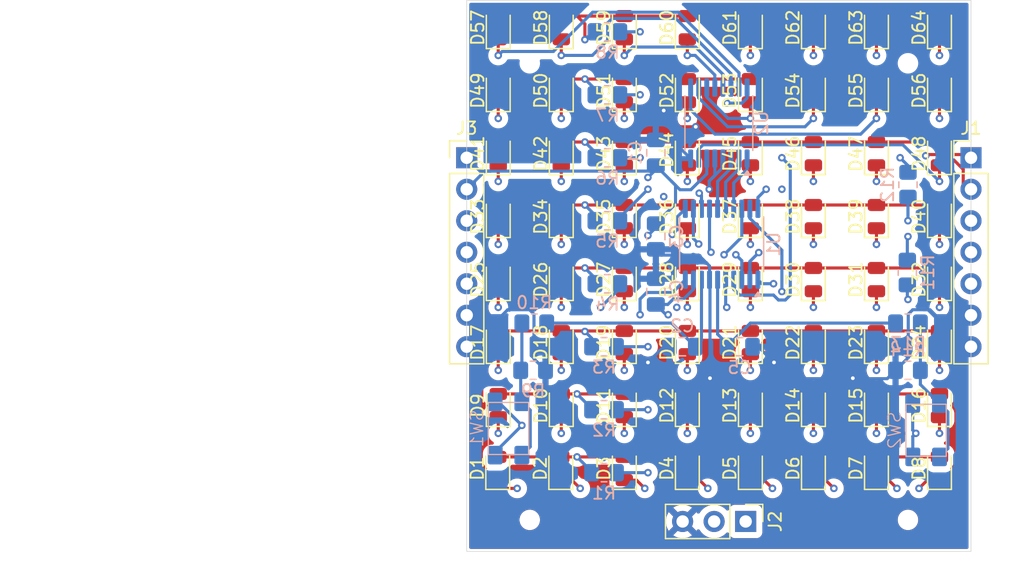
<source format=kicad_pcb>
(kicad_pcb (version 20241229) (generator "pcbnew") (generator_version "9.0")
  (layers (0 "F.Cu" signal) (4 "In1.Cu" signal) (6 "In2.Cu" signal) (2 "B.Cu" signal) (13 "F.Paste" user) (15 "B.Paste" user) (5 "F.SilkS" user "F.Silkscreen") (7 "B.SilkS" user "B.Silkscreen") (1 "F.Mask" user) (3 "B.Mask" user) (25 "Edge.Cuts" user))
  (net 0 "")
  (net 1 "Net-(D1-A)")
  (net 2 "Net-(D10-A)")
  (net 3 "GND")
  (net 4 "VCC")
  (net 5 "/BUTT1")
  (net 6 "/S1")
  (net 7 "/S2")
  (net 8 "/S3")
  (net 9 "/S4")
  (net 10 "/S5")
  (net 11 "/S6")
  (net 12 "/S7")
  (net 13 "/S8")
  (net 14 "Net-(D17-A)")
  (net 15 "Net-(D25-A)")
  (net 16 "Net-(D33-A)")
  (net 17 "Net-(D41-A)")
  (net 18 "Net-(D49-A)")
  (net 19 "Net-(D57-A)")
  (net 20 "/SDA")
  (net 21 "/SWDIO")
  (net 22 "/SCL")
  (net 23 "/UTX")
  (net 24 "/URX")
  (net 25 "/D1")
  (net 26 "/D2")
  (net 27 "/D3")
  (net 28 "/D4")
  (net 29 "/D5")
  (net 30 "/D6")
  (net 31 "/D7")
  (net 32 "/D8")
  (net 33 "Net-(R10-Pad2)")
  (net 34 "Net-(U1-PC6)")
  (net 35 "Net-(U1-PC7)")
  (net 36 "Net-(U1-PC5)")
  (net 37 "/BUTT2")
  (net 38 "Net-(R13-Pad2)")
  (footprint "Connector_PinHeader_2.54mm:PinHeader_1x03_P2.54mm_Vertical" (layer "F.Cu") (at 52.315 100.503 -90)
    (property "Reference" "J2")
    (property "Value" "Conn_01x03")
  )
  (footprint "LED_SMD:LED_0805_2012Metric" (layer "F.Cu") (at 62.856 96.2335 90)
    (property "Reference" "D7")
    (property "Value" "LED")
  )
  (footprint "LED_SMD:LED_0805_2012Metric" (layer "F.Cu") (at 62.856 65.7535 90)
    (property "Reference" "D55")
    (property "Value" "LED")
  )
  (footprint "LED_SMD:LED_0805_2012Metric" (layer "F.Cu") (at 67.936 80.9935 90)
    (property "Reference" "D32")
    (property "Value" "LED")
  )
  (footprint "LED_SMD:LED_0805_2012Metric" (layer "F.Cu") (at 32.376 75.9135 90)
    (property "Reference" "D33")
    (property "Value" "LED")
  )
  (footprint "LED_SMD:LED_0805_2012Metric" (layer "F.Cu") (at 37.456 75.9135 90)
    (property "Reference" "D34")
    (property "Value" "LED")
  )
  (footprint "LED_SMD:LED_0805_2012Metric" (layer "F.Cu") (at 32.376 86.0735 90)
    (property "Reference" "D17")
    (property "Value" "LED")
  )
  (footprint "LED_SMD:LED_0805_2012Metric" (layer "F.Cu") (at 42.536 60.6735 90)
    (property "Reference" "D59")
    (property "Value" "LED")
  )
  (footprint "Connector_PinHeader_2.54mm:PinHeader_1x07_P2.54mm_Vertical" (layer "F.Cu") (at 70.476 71.166)
    (property "Reference" "J1")
    (property "Value" "Right Conn")
  )
  (footprint "LED_SMD:LED_0805_2012Metric" (layer "F.Cu") (at 52.696 65.7535 90)
    (property "Reference" "D53")
    (property "Value" "LED")
  )
  (footprint "Connector_PinHeader_2.54mm:PinHeader_1x07_P2.54mm_Vertical" (layer "F.Cu") (at 29.836 71.166)
    (property "Reference" "J3")
    (property "Value" "Left Conn")
  )
  (footprint "LED_SMD:LED_0805_2012Metric" (layer "F.Cu") (at 52.696 91.1535 90)
    (property "Reference" "D13")
    (property "Value" "LED")
  )
  (footprint "LED_SMD:LED_0805_2012Metric" (layer "F.Cu") (at 42.536 96.2335 90)
    (property "Reference" "D3")
    (property "Value" "LED")
  )
  (footprint "LED_SMD:LED_0805_2012Metric" (layer "F.Cu") (at 57.776 70.8335 90)
    (property "Reference" "D46")
    (property "Value" "LED")
  )
  (footprint "LED_SMD:LED_0805_2012Metric" (layer "F.Cu") (at 62.856 91.1535 90)
    (property "Reference" "D15")
    (property "Value" "LED")
  )
  (footprint "LED_SMD:LED_0805_2012Metric" (layer "F.Cu") (at 42.536 86.0735 90)
    (property "Reference" "D19")
    (property "Value" "LED")
  )
  (footprint "LED_SMD:LED_0805_2012Metric" (layer "F.Cu") (at 57.776 75.9135 90)
    (property "Reference" "D38")
    (property "Value" "LED")
  )
  (footprint "LED_SMD:LED_0805_2012Metric" (layer "F.Cu") (at 62.856 80.9935 90)
    (property "Reference" "D31")
    (property "Value" "LED")
  )
  (footprint "LED_SMD:LED_0805_2012Metric" (layer "F.Cu") (at 37.456 91.1535 90)
    (property "Reference" "D10")
    (property "Value" "LED")
  )
  (footprint "LED_SMD:LED_0805_2012Metric" (layer "F.Cu") (at 42.536 80.9935 90)
    (property "Reference" "D27")
    (property "Value" "LED")
  )
  (footprint "LED_SMD:LED_0805_2012Metric" (layer "F.Cu") (at 32.336 96.2335 90)
    (property "Reference" "D1")
    (property "Value" "LED")
  )
  (footprint "LED_SMD:LED_0805_2012Metric" (layer "F.Cu") (at 67.936 75.9135 90)
    (property "Reference" "D40")
    (property "Value" "LED")
  )
  (footprint "LED_SMD:LED_0805_2012Metric" (layer "F.Cu") (at 62.856 70.8335 90)
    (property "Reference" "D47")
    (property "Value" "LED")
  )
  (footprint "LED_SMD:LED_0805_2012Metric" (layer "F.Cu") (at 67.936 96.2335 90)
    (property "Reference" "D8")
    (property "Value" "LED")
  )
  (footprint "" (layer "F.Cu") (at 34.916 63.546)
    (property "Reference" "")
    (property "Value" "")
  )
  (footprint "LED_SMD:LED_0805_2012Metric" (layer "F.Cu") (at 57.776 91.1535 90)
    (property "Reference" "D14")
    (property "Value" "LED")
  )
  (footprint "LED_SMD:LED_0805_2012Metric" (layer "F.Cu") (at 47.616 75.9135 90)
    (property "Reference" "D36")
    (property "Value" "LED")
  )
  (footprint "LED_SMD:LED_0805_2012Metric" (layer "F.Cu") (at 57.776 80.9935 90)
    (property "Reference" "D30")
    (property "Value" "LED")
  )
  (footprint "LED_SMD:LED_0805_2012Metric" (layer "F.Cu") (at 37.456 86.0735 90)
    (property "Reference" "D18")
    (property "Value" "LED")
  )
  (footprint "" (layer "F.Cu") (at 65.396 100.376)
    (property "Reference" "")
    (property "Value" "")
  )
  (footprint "LED_SMD:LED_0805_2012Metric" (layer "F.Cu") (at 67.936 91.1535 90)
    (property "Reference" "D16")
    (property "Value" "LED")
  )
  (footprint "LED_SMD:LED_0805_2012Metric" (layer "F.Cu") (at 52.696 60.6735 90)
    (property "Reference" "D61")
    (property "Value" "LED")
  )
  (footprint "LED_SMD:LED_0805_2012Metric" (layer "F.Cu") (at 52.696 80.9935 90)
    (property "Reference" "D29")
    (property "Value" "LED")
  )
  (footprint "LED_SMD:LED_0805_2012Metric" (layer "F.Cu") (at 57.776 96.2335 90)
    (property "Reference" "D6")
    (property "Value" "LED")
  )
  (footprint "LED_SMD:LED_0805_2012Metric" (layer "F.Cu") (at 37.456 65.7535 90)
    (property "Reference" "D50")
    (property "Value" "LED")
  )
  (footprint "LED_SMD:LED_0805_2012Metric" (layer "F.Cu") (at 57.776 65.7535 90)
    (property "Reference" "D54")
    (property "Value" "LED")
  )
  (footprint "LED_SMD:LED_0805_2012Metric" (layer "F.Cu") (at 42.536 75.9135 90)
    (property "Reference" "D35")
    (property "Value" "LED")
  )
  (footprint "LED_SMD:LED_0805_2012Metric" (layer "F.Cu") (at 32.376 70.8335 90)
    (property "Reference" "D41")
    (property "Value" "LED")
  )
  (footprint "LED_SMD:LED_0805_2012Metric" (layer "F.Cu") (at 37.456 70.8335 90)
    (property "Reference" "D42")
    (property "Value" "LED")
  )
  (footprint "LED_SMD:LED_0805_2012Metric" (layer "F.Cu") (at 52.696 70.8335 90)
    (property "Reference" "D45")
    (property "Value" "LED")
  )
  (footprint "LED_SMD:LED_0805_2012Metric" (layer "F.Cu") (at 32.376 91.1535 90)
    (property "Reference" "D9")
    (property "Value" "LED")
  )
  (footprint "LED_SMD:LED_0805_2012Metric" (layer "F.Cu") (at 32.376 60.6735 90)
    (property "Reference" "D57")
    (property "Value" "LED")
  )
  (footprint "LED_SMD:LED_0805_2012Metric" (layer "F.Cu") (at 47.616 91.1535 90)
    (property "Reference" "D12")
    (property "Value" "LED")
  )
  (footprint "LED_SMD:LED_0805_2012Metric" (layer "F.Cu") (at 47.616 86.0735 90)
    (property "Reference" "D20")
    (property "Value" "LED")
  )
  (footprint "LED_SMD:LED_0805_2012Metric" (layer "F.Cu") (at 67.936 86.0735 90)
    (property "Reference" "D24")
    (property "Value" "LED")
  )
  (footprint "LED_SMD:LED_0805_2012Metric" (layer "F.Cu") (at 42.536 70.8335 90)
    (property "Reference" "D43")
    (property "Value" "LED")
  )
  (footprint "" (layer "F.Cu") (at 65.396 63.546)
    (property "Reference" "")
    (property "Value" "")
  )
  (footprint "LED_SMD:LED_0805_2012Metric" (layer "F.Cu") (at 32.376 65.7535 90)
    (property "Reference" "D49")
    (property "Value" "LED")
  )
  (footprint "LED_SMD:LED_0805_2012Metric" (layer "F.Cu") (at 47.616 80.9935 90)
    (property "Reference" "D28")
    (property "Value" "LED")
  )
  (footprint "LED_SMD:LED_0805_2012Metric" (layer "F.Cu") (at 42.536 91.1535 90)
    (property "Reference" "D11")
    (property "Value" "LED")
  )
  (footprint "LED_SMD:LED_0805_2012Metric" (layer "F.Cu") (at 37.416 96.2335 90)
    (property "Reference" "D2")
    (property "Value" "LED")
  )
  (footprint "LED_SMD:LED_0805_2012Metric" (layer "F.Cu") (at 47.616 70.8335 90)
    (property "Reference" "D44")
    (property "Value" "LED")
  )
  (footprint "LED_SMD:LED_0805_2012Metric" (layer "F.Cu") (at 62.856 86.0735 90)
    (property "Reference" "D23")
    (property "Value" "LED")
  )
  (footprint "LED_SMD:LED_0805_2012Metric" (layer "F.Cu") (at 67.936 65.7535 90)
    (property "Reference" "D56")
    (property "Value" "LED")
  )
  (footprint "LED_SMD:LED_0805_2012Metric" (layer "F.Cu") (at 52.696 75.9135 90)
    (property "Reference" "D37")
    (property "Value" "LED")
  )
  (footprint "LED_SMD:LED_0805_2012Metric" (layer "F.Cu") (at 37.456 60.6735 90)
    (property "Reference" "D58")
    (property "Value" "LED")
  )
  (footprint "LED_SMD:LED_0805_2012Metric" (layer "F.Cu") (at 62.856 75.9135 90)
    (property "Reference" "D39")
    (property "Value" "LED")
  )
  (footprint "LED_SMD:LED_0805_2012Metric" (layer "F.Cu") (at 37.456 80.9935 90)
    (property "Reference" "D26")
    (property "Value" "LED")
  )
  (footprint "LED_SMD:LED_0805_2012Metric" (layer "F.Cu") (at 52.696 96.2335 90)
    (property "Reference" "D5")
    (property "Value" "LED")
  )
  (footprint "" (layer "F.Cu") (at 34.916 100.376)
    (property "Reference" "")
    (property "Value" "")
  )
  (footprint "LED_SMD:LED_0805_2012Metric" (layer "F.Cu") (at 47.616 65.7535 90)
    (property "Reference" "D52")
    (property "Value" "LED")
  )
  (footprint "LED_SMD:LED_0805_2012Metric" (layer "F.Cu") (at 47.616 60.6735 90)
    (property "Reference" "D60")
    (property "Value" "LED")
  )
  (footprint "LED_SMD:LED_0805_2012Metric" (layer "F.Cu") (at 67.936 60.6735 90)
    (property "Reference" "D64")
    (property "Value" "LED")
  )
  (footprint "LED_SMD:LED_0805_2012Metric" (layer "F.Cu") (at 32.376 80.9935 90)
    (property "Reference" "D25")
    (property "Value" "LED")
  )
  (footprint "LED_SMD:LED_0805_2012Metric" (layer "F.Cu") (at 47.616 96.2335 90)
    (property "Reference" "D4")
    (property "Value" "LED")
  )
  (footprint "LED_SMD:LED_0805_2012Metric" (layer "F.Cu") (at 52.696 86.0735 90)
    (property "Reference" "D21")
    (property "Value" "LED")
  )
  (footprint "LED_SMD:LED_0805_2012Metric" (layer "F.Cu") (at 57.776 86.0735 90)
    (property "Reference" "D22")
    (property "Value" "LED")
  )
  (footprint "LED_SMD:LED_0805_2012Metric" (layer "F.Cu") (at 42.536 65.7535 90)
    (property "Reference" "D51")
    (property "Value" "LED")
  )
  (footprint "LED_SMD:LED_0805_2012Metric" (layer "F.Cu") (at 62.856 60.6735 90)
    (property "Reference" "D63")
    (property "Value" "LED")
  )
  (footprint "LED_SMD:LED_0805_2012Metric" (layer "F.Cu") (at 67.936 70.8335 90)
    (property "Reference" "D48")
    (property "Value" "LED")
  )
  (footprint "LED_SMD:LED_0805_2012Metric" (layer "F.Cu") (at 57.776 60.6735 90)
    (property "Reference" "D62")
    (property "Value" "LED")
  )
  (footprint "Resistor_SMD:R_0805_2012Metric_Pad1.20x1.40mm_HandSolder" (layer "B.Cu") (at 65.396 73.341 -90)
    (property "Reference" "R12")
    (property "Value" "4.7k")
  )
  (footprint "Resistor_SMD:R_0805_2012Metric_Pad1.20x1.40mm_HandSolder" (layer "B.Cu") (at 35.186 88.311)
    (property "Reference" "R9")
    (property "Value" "10K")
  )
  (footprint "Capacitor_SMD:C_0805_2012Metric_Pad1.18x1.45mm_HandSolder" (layer "B.Cu") (at 45.076 81.961 90)
    (property "Reference" "C4")
    (property "Value" "10 uF")
  )
  (footprint "Resistor_SMD:R_0805_2012Metric_Pad1.20x1.40mm_HandSolder" (layer "B.Cu") (at 40.901 96.566)
    (property "Reference" "R1")
    (property "Value" "R")
  )
  (footprint "Capacitor_SMD:C_0805_2012Metric_Pad1.18x1.45mm_HandSolder" (layer "B.Cu") (at 51.8285 86.406)
    (property "Reference" "C5")
    (property "Value" "0.1uF")
  )
  (footprint "Capacitor_SMD:C_0805_2012Metric_Pad1.18x1.45mm_HandSolder" (layer "B.Cu") (at 45.076 77.516 90)
    (property "Reference" "C3")
    (property "Value" "0.1 uF")
  )
  (footprint "Resistor_SMD:R_0805_2012Metric_Pad1.20x1.40mm_HandSolder" (layer "B.Cu") (at 35.281 84.501 180)
    (property "Reference" "R10")
    (property "Value" "10K")
  )
  (footprint "Package_SO:TSSOP-20_4.4x6.5mm_P0.65mm" (layer "B.Cu") (at 50.3794 78.1433 90)
    (property "Reference" "U1")
    (property "Value" "CH32V003FxPx")
  )
  (footprint "Library:SW_tactile_TS-1089S" (layer "B.Cu") (at 66.856 93.146 -90)
    (property "Reference" "SW2")
    (property "Value" "SW_Push")
  )
  (footprint "Library:SW_tactile_TS-1089S" (layer "B.Cu") (at 33.201 93.001 -90)
    (property "Reference" "SW1")
    (property "Value" "SW_Push")
  )
  (footprint "Resistor_SMD:R_0805_2012Metric_Pad1.20x1.40mm_HandSolder" (layer "B.Cu") (at 41.171 61.006)
    (property "Reference" "R8")
    (property "Value" "R")
  )
  (footprint "Capacitor_SMD:C_0805_2012Metric_Pad1.18x1.45mm_HandSolder" (layer "B.Cu") (at 47.2135 86.406 180)
    (property "Reference" "C2")
    (property "Value" "0.1uF")
  )
  (footprint "Resistor_SMD:R_0805_2012Metric_Pad1.20x1.40mm_HandSolder" (layer "B.Cu") (at 41.171 71.166)
    (property "Reference" "R6")
    (property "Value" "R")
  )
  (footprint "Resistor_SMD:R_0805_2012Metric_Pad1.20x1.40mm_HandSolder" (layer "B.Cu") (at 65.3452 80.421 90)
    (property "Reference" "R11")
    (property "Value" "4.7k")
  )
  (footprint "Resistor_SMD:R_0805_2012Metric_Pad1.20x1.40mm_HandSolder" (layer "B.Cu") (at 41.171 66.086)
    (property "Reference" "R7")
    (property "Value" "R")
  )
  (footprint "Package_SO:TSSOP-16_4.4x5mm_P0.65mm" (layer "B.Cu") (at 50.156 68.372 90)
    (property "Reference" "U2")
    (property "Value" "74HC138")
  )
  (footprint "Resistor_SMD:R_0805_2012Metric_Pad1.20x1.40mm_HandSolder" (layer "B.Cu") (at 40.901 86.406)
    (property "Reference" "R3")
    (property "Value" "R")
  )
  (footprint "Resistor_SMD:R_0805_2012Metric_Pad1.20x1.40mm_HandSolder" (layer "B.Cu") (at 41.171 76.246)
    (property "Reference" "R5")
    (property "Value" "R")
  )
  (footprint "Resistor_SMD:R_0805_2012Metric_Pad1.20x1.40mm_HandSolder" (layer "B.Cu") (at 41.171 81.326)
    (property "Reference" "R4")
    (property "Value" "R")
  )
  (footprint "Capacitor_SMD:C_0805_2012Metric_Pad1.18x1.45mm_HandSolder" (layer "B.Cu") (at 45.076 70.7635 -90)
    (property "Reference" "C1")
    (property "Value" "0.1 uF")
  )
  (footprint "Resistor_SMD:R_0805_2012Metric_Pad1.20x1.40mm_HandSolder" (layer "B.Cu") (at 65.396 88.311 180)
    (property "Reference" "R14")
    (property "Value" "10K")
  )
  (footprint "Resistor_SMD:R_0805_2012Metric_Pad1.20x1.40mm_HandSolder" (layer "B.Cu") (at 65.396 84.501)
    (property "Reference" "R13")
    (property "Value" "10K")
  )
  (footprint "Resistor_SMD:R_0805_2012Metric_Pad1.20x1.40mm_HandSolder" (layer "B.Cu") (at 40.901 91.486)
    (property "Reference" "R2")
    (property "Value" "R")
  )
  (gr_rect (start 29.836 58.466) (end 70.476 102.916) (stroke (width 0.05)) (fill no) (layer "Edge.Cuts"))
  (segment (start 32.336 95.296) (end 38.726 95.296) (width 0.25) (layer "F.Cu") (net 1))
  (segment (start 38.726 95.296) (end 67.936 95.296) (width 0.25) (layer "F.Cu") (net 1))
  (via (at 38.726 95.296) (size 0.6) (drill 0.3) (layers "F.Cu" "B.Cu") (net 1))
  (segment (start 39.901 96.471) (end 38.726 95.296) (width 0.25) (layer "B.Cu") (net 1))
  (segment (start 39.901 96.566) (end 39.901 96.471) (width 0.25) (layer "B.Cu") (net 1))
  (segment (start 38.726 90.216) (end 67.936 90.216) (width 0.25) (layer "F.Cu") (net 2))
  (segment (start 32.376 90.216) (end 38.726 90.216) (width 0.25) (layer "F.Cu") (net 2))
  (via (at 38.726 90.216) (size 0.6) (drill 0.3) (layers "F.Cu" "B.Cu") (net 2))
  (segment (start 39.901 91.486) (end 39.901 91.391) (width 0.25) (layer "B.Cu") (net 2))
  (segment (start 39.901 91.391) (end 38.726 90.216) (width 0.25) (layer "B.Cu") (net 2))
  (segment (start 48.291 68.664584) (end 48.288584 68.667) (width 0.25) (layer "F.Cu") (net 3))
  (segment (start 48.288584 68.667) (end 47.022 68.667) (width 0.25) (layer "F.Cu") (net 3))
  (segment (start 47.022 68.667) (end 45.711 67.356) (width 0.25) (layer "F.Cu") (net 3))
  (via (at 45.711 67.356) (size 0.6) (drill 0.3) (layers "F.Cu" "B.Cu") (net 3))
  (via (at 49.44 88.946) (size 0.6) (drill 0.3) (layers "F.Cu" "B.Cu") (net 3))
  (via (at 49.3794 73.706) (size 0.6) (drill 0.3) (layers "F.Cu" "B.Cu") (net 3))
  (via (at 60.951 88.946) (size 0.6) (drill 0.3) (layers "F.Cu" "B.Cu") (net 3))
  (via (at 54.601 87.676) (size 0.6) (drill 0.3) (layers "F.Cu" "B.Cu") (net 3))
  (via (at 48.291 68.664584) (size 0.6) (drill 0.3) (layers "F.Cu" "B.Cu") (net 3))
  (via (at 44.441 87.676) (size 0.6) (drill 0.3) (layers "F.Cu" "B.Cu") (net 3))
  (segment (start 49.4044 81.0058) (end 49.44 81.0414) (width 0.25) (layer "B.Cu") (net 3))
  (segment (start 53.331 86.406) (end 54.601 87.676) (width 0.25) (layer "B.Cu") (net 3))
  (segment (start 49.3794 73.041018) (end 49.3794 73.706) (width 0.25) (layer "B.Cu") (net 3))
  (segment (start 31.741 83.907) (end 30.503 83.907) (width 0.25) (layer "B.Cu") (net 3))
  (segment (start 45.076 80.9235) (end 45.076 78.5535) (width 0.25) (layer "B.Cu") (net 3))
  (segment (start 65.42 83.784774) (end 65.779774 83.425) (width 0.25) (layer "B.Cu") (net 3))
  (segment (start 48.521 79.016) (end 48.886 79.381) (width 0.25) (layer "B.Cu") (net 3))
  (segment (start 35.257 83.784774) (end 34.897226 83.425) (width 0.25) (layer "B.Cu") (net 3))
  (segment (start 67.012226 83.425) (end 69.85 86.262774) (width 0.25) (layer "B.Cu") (net 3))
  (segment (start 49.4044 81.0058) (end 49.4044 79.8994) (width 0.25) (layer "B.Cu") (net 3))
  (segment (start 49.44 83.231) (end 49.44 88.946) (width 0.25) (layer "B.Cu") (net 3))
  (segment (start 55.912 88.987) (end 60.91 88.987) (width 0.25) (layer "B.Cu") (net 3))
  (segment (start 35.257 87.382) (end 35.257 83.784774) (width 0.25) (layer "B.Cu") (net 3))
  (segment (start 69.85 86.262774) (end 69.85 86.406) (width 0.25) (layer "B.Cu") (net 3))
  (segment (start 30.503 83.907) (end 30.462 83.866) (width 0.25) (layer "B.Cu") (net 3))
  (segment (start 49.831 71.2345) (end 49.831 72.589418) (width 0.25) (layer "B.Cu") (net 3))
  (segment (start 34.897226 83.425) (end 33.138009 83.425) (width 0.25) (layer "B.Cu") (net 3))
  (segment (start 33.138009 83.425) (end 32.656009 83.907) (width 0.25) (layer "B.Cu") (net 3))
  (segment (start 36.186 88.311) (end 35.257 87.382) (width 0.25) (layer "B.Cu") (net 3))
  (segment (start 60.992 88.987) (end 60.951 88.946) (width 0.25) (layer "B.Cu") (net 3))
  (segment (start 69.809 83.907) (end 69.85 83.866) (width 0.25) (layer "B.Cu") (net 3))
  (segment (start 50.481 71.939418) (end 49.3794 73.041018) (width 0.25) (layer "B.Cu") (net 3))
  (segment (start 67.655991 83.907) (end 69.809 83.907) (width 0.25) (layer "B.Cu") (net 3))
  (segment (start 45.076 78.5535) (end 45.5385 79.016) (width 0.25) (layer "B.Cu") (net 3))
  (segment (start 45.711 86.406) (end 44.441 87.676) (width 0.25) (layer "B.Cu") (net 3))
  (segment (start 64.396 88.311) (end 63.72 88.987) (width 0.25) (layer "B.Cu") (net 3))
  (segment (start 64.396 88.311) (end 65.42 87.287) (width 0.25) (layer "B.Cu") (net 3))
  (segment (start 66.666 83.425) (end 67.012226 83.425) (width 0.25) (layer "B.Cu") (net 3))
  (segment (start 49.44 81.0414) (end 49.44 83.231) (width 0.25) (layer "B.Cu") (net 3))
  (segment (start 63.72 88.987) (end 60.992 88.987) (width 0.25) (layer "B.Cu") (net 3))
  (segment (start 60.91 88.987) (end 60.951 88.946) (width 0.25) (layer "B.Cu") (net 3))
  (segment (start 54.601 87.676) (end 55.912 88.987) (width 0.25) (layer "B.Cu") (net 3))
  (segment (start 65.779774 83.425) (end 66.666 83.425) (width 0.25) (layer "B.Cu") (net 3))
  (segment (start 45.5385 79.016) (end 48.521 79.016) (width 0.25) (layer "B.Cu") (net 3))
  (segment (start 65.42 87.287) (end 65.42 83.784774) (width 0.25) (layer "B.Cu") (net 3))
  (segment (start 46.3725 69.726) (end 47.881 71.2345) (width 0.25) (layer "B.Cu") (net 3))
  (segment (start 31.741 83.907) (end 30.462 85.186) (width 0.25) (layer "B.Cu") (net 3))
  (segment (start 46.176 86.406) (end 45.711 86.406) (width 0.25) (layer "B.Cu") (net 3))
  (segment (start 50.481 71.2345) (end 50.481 71.939418) (width 0.25) (layer "B.Cu") (net 3))
  (segment (start 52.866 86.406) (end 53.331 86.406) (width 0.25) (layer "B.Cu") (net 3))
  (segment (start 45.076 69.726) (end 46.3725 69.726) (width 0.25) (layer "B.Cu") (net 3))
  (segment (start 45.076 69.726) (end 45.076 67.991) (width 0.25) (layer "B.Cu") (net 3))
  (segment (start 30.462 85.186) (end 30.462 86.406) (width 0.25) (layer "B.Cu") (net 3))
  (segment (start 66.666 83.425) (end 67.173991 83.425) (width 0.25) (layer "B.Cu") (net 3))
  (segment (start 67.173991 83.425) (end 67.655991 83.907) (width 0.25) (layer "B.Cu") (net 3))
  (segment (start 49.831 72.589418) (end 49.3794 73.041018) (width 0.25) (layer "B.Cu") (net 3))
  (segment (start 45.076 67.991) (end 45.711 67.356) (width 0.25) (layer "B.Cu") (net 3))
  (segment (start 32.656009 83.907) (end 31.741 83.907) (width 0.25) (layer "B.Cu") (net 3))
  (segment (start 49.4044 79.8994) (end 48.886 79.381) (width 0.25) (layer "B.Cu") (net 3))
  (segment (start 66.825798 71.006202) (end 66.9245 70.9075) (width 0.25) (layer "F.Cu") (net 4))
  (segment (start 69.85 72.101788) (end 69.85 73.706) (width 0.25) (layer "F.Cu") (net 4))
  (segment (start 68.571 70.9075) (end 69.85 70.9075) (width 0.25) (layer "F.Cu") (net 4))
  (segment (start 68.655712 70.9075) (end 69.85 72.101788) (width 0.25) (layer "F.Cu") (net 4))
  (segment (start 68.571 70.9075) (end 68.655712 70.9075) (width 0.25) (layer "F.Cu") (net 4))
  (segment (start 46.066697 83.826) (end 46.147697 83.907) (width 0.25) (layer "F.Cu") (net 4))
  (segment (start 66.9245 70.9075) (end 68.571 70.9075) (width 0.25) (layer "F.Cu") (net 4))
  (segment (start 69.85 70.9075) (end 69.85 71.166) (width 0.25) (layer "F.Cu") (net 4))
  (via (at 64.761 71.166) (size 0.6) (drill 0.3) (layers "F.Cu" "B.Cu") (net 4))
  (via (at 66.825798 71.006202) (size 0.6) (drill 0.3) (layers "F.Cu" "B.Cu") (net 4))
  (via (at 44.44 77.432352) (size 0.6) (drill 0.3) (layers "F.Cu" "B.Cu") (net 4))
  (via (at 46.066697 83.826) (size 0.6) (drill 0.3) (layers "F.Cu" "B.Cu") (net 4))
  (via (at 50.802393 66.760081) (size 0.6) (drill 0.3) (layers "F.Cu" "B.Cu") (net 4))
  (via (at 44.44 72.752407) (size 0.6) (drill 0.3) (layers "F.Cu" "B.Cu") (net 4))
  (via (at 66.031 93.391) (size 0.6) (drill 0.3) (layers "F.Cu" "B.Cu") (net 4))
  (via (at 34.281 92.756) (size 0.6) (drill 0.3) (layers "F.Cu" "B.Cu") (net 4))
  (via (at 65.396 82.596) (size 0.6) (drill 0.3) (layers "F.Cu" "B.Cu") (net 4))
  (segment (start 52.021919 66.760081) (end 50.802393 66.760081) (width 0.25) (layer "B.Cu") (net 4))
  (segment (start 30.912 72.242) (end 30.462 71.792) (width 0.25) (layer "B.Cu") (net 4))
  (segment (start 31.741 72.242) (end 31.3 72.242) (width 0.25) (layer "B.Cu") (net 4))
  (segment (start 45.076 82.9985) (end 46.042488 82.9985) (width 0.25) (layer "B.Cu") (net 4))
  (segment (start 30.462 73.08) (end 30.462 73.706) (width 0.25) (layer "B.Cu") (net 4))
  (segment (start 30.462 71.792) (end 30.462 71.166) (width 0.25) (layer "B.Cu") (net 4))
  (segment (start 46.6635 74.891) (end 46.6635 73.3885) (width 0.25) (layer "B.Cu") (net 4))
  (segment (start 32.131 95.151) (end 32.131 94.906) (width 0.25) (layer "B.Cu") (net 4))
  (segment (start 65.786 93.636) (end 66.031 93.391) (width 0.25) (layer "B.Cu") (net 4))
  (segment (start 65.786 95.296) (end 65.786 93.636) (width 0.25) (layer "B.Cu") (net 4))
  (segment (start 65.3452 82.5452) (end 65.396 82.596) (width 0.25) (layer "B.Cu") (net 4))
  (segment (start 65.396 72.341) (end 65.396 71.801) (width 0.25) (layer "B.Cu") (net 4))
  (segment (start 31.741 72.242) (end 30.912 72.242) (width 0.25) (layer "B.Cu") (net 4))
  (segment (start 46.6635 73.3885) (end 46.346 73.071) (width 0.25) (layer "B.Cu") (net 4))
  (segment (start 47.896009 73.747) (end 49.181 72.462009) (width 0.25) (layer "B.Cu") (net 4))
  (segment (start 46.066697 83.826) (end 45.9035 83.826) (width 0.25) (layer "B.Cu") (net 4))
  (segment (start 45.076 71.801) (end 46.346 73.071) (width 0.25) (layer "B.Cu") (net 4))
  (segment (start 45.076 76.796352) (end 44.44 77.432352) (width 0.25) (layer "B.Cu") (net 4))
  (segment (start 65.776 90.996) (end 65.776 93.136) (width 0.25) (layer "B.Cu") (net 4))
  (segment (start 65.396 71.801) (end 64.761 71.166) (width 0.25) (layer "B.Cu") (net 4))
  (segment (start 46.042488 82.9985) (end 46.485988 82.555) (width 0.25) (layer "B.Cu") (net 4))
  (segment (start 32.121 90.851) (end 32.376 90.851) (width 0.25) (layer "B.Cu") (net 4))
  (segment (start 31.3 72.242) (end 30.462 73.08) (width 0.25) (layer "B.Cu") (net 4))
  (segment (start 52.431 65.5095) (end 52.431 66.351) (width 0.25) (layer "B.Cu") (net 4))
  (segment (start 46.485988 82.555) (end 47.318638 82.555) (width 0.25) (layer "B.Cu") (net 4))
  (segment (start 47.318638 82.555) (end 48.1044 81.769238) (width 0.25) (layer "B.Cu") (net 4))
  (segment (start 45.076 71.801) (end 45.076 72.116407) (width 0.25) (layer "B.Cu") (net 4))
  (segment (start 45.076 72.116407) (end 44.44 72.752407) (width 0.25) (layer "B.Cu") (net 4))
  (segment (start 46.346 73.071) (end 47.022 73.747) (width 0.25) (layer "B.Cu") (net 4))
  (segment (start 32.376 90.851) (end 34.281 92.756) (width 0.25) (layer "B.Cu") (net 4))
  (segment (start 32.131 94.906) (end 34.281 92.756) (width 0.25) (layer "B.Cu") (net 4))
  (segment (start 49.181 72.462009) (end 49.181 71.2345) (width 0.25) (layer "B.Cu") (net 4))
  (segment (start 45.076 76.4785) (end 45.076 76.796352) (width 0.25) (layer "B.Cu") (net 4))
  (segment (start 47.022 73.747) (end 47.896009 73.747) (width 0.25) (layer "B.Cu") (net 4))
  (segment (start 52.431 66.351) (end 52.021919 66.760081) (width 0.25) (layer "B.Cu") (net 4))
  (segment (start 45.076 76.4785) (end 46.6635 74.891) (width 0.25) (layer "B.Cu") (net 4))
  (segment (start 65.3452 81.421) (end 65.3452 82.5452) (width 0.25) (layer "B.Cu") (net 4))
  (segment (start 44.635 72.242) (end 31.741 72.242) (width 0.25) (layer "B.Cu") (net 4))
  (segment (start 65.776 93.136) (end 66.031 93.391) (width 0.25) (layer "B.Cu") (net 4))
  (segment (start 45.076 71.801) (end 44.635 72.242) (width 0.25) (layer "B.Cu") (net 4))
  (segment (start 45.9035 83.826) (end 45.076 82.9985) (width 0.25) (layer "B.Cu") (net 4))
  (segment (start 48.1044 81.769238) (end 48.1044 81.0058) (width 0.25) (layer "B.Cu") (net 4))
  (segment (start 48.7544 85.9026) (end 48.251 86.406) (width 0.25) (layer "B.Cu") (net 5))
  (segment (start 48.0185 86.406) (end 48.251 86.406) (width 0.25) (layer "B.Cu") (net 5))
  (segment (start 46.346 84.501) (end 48.251 86.406) (width 0.25) (layer "B.Cu") (net 5))
  (segment (start 48.7544 81.0058) (end 48.7544 85.9026) (width 0.25) (layer "B.Cu") (net 5))
  (segment (start 36.281 84.501) (end 46.346 84.501) (width 0.25) (layer "B.Cu") (net 5))
  (segment (start 32.376 92.091) (end 32.376 93.391) (width 0.25) (layer "F.Cu") (net 6))
  (segment (start 32.376 81.931) (end 32.376 83.231) (width 0.25) (layer "F.Cu") (net 6))
  (segment (start 32.376 76.851) (end 32.376 78.151) (width 0.25) (layer "F.Cu") (net 6))
  (segment (start 33.001 97.836) (end 32.336 97.171) (width 0.25) (layer "F.Cu") (net 6))
  (segment (start 32.376 87.011) (end 32.376 88.311) (width 0.25) (layer "F.Cu") (net 6))
  (segment (start 32.376 66.691) (end 32.376 67.991) (width 0.25) (layer "F.Cu") (net 6))
  (segment (start 32.376 71.771) (end 32.376 73.071) (width 0.25) (layer "F.Cu") (net 6))
  (segment (start 33.9 97.836) (end 33.001 97.836) (width 0.25) (layer "F.Cu") (net 6))
  (segment (start 32.376 61.611) (end 32.376 62.911) (width 0.25) (layer "F.Cu") (net 6))
  (segment (start 32.376 61.611) (end 32.376 61.641) (width 0.25) (layer "F.Cu") (net 6))
  (via (at 32.376 88.311) (size 0.6) (drill 0.3) (layers "F.Cu" "B.Cu") (net 6))
  (via (at 32.376 78.151) (size 0.6) (drill 0.3) (layers "F.Cu" "B.Cu") (net 6))
  (via (at 32.376 73.071) (size 0.6) (drill 0.3) (layers "F.Cu" "B.Cu") (net 6))
  (via (at 32.376 93.391) (size 0.6) (drill 0.3) (layers "F.Cu" "B.Cu") (net 6))
  (via (at 32.376 67.991) (size 0.6) (drill 0.3) (layers "F.Cu" "B.Cu") (net 6))
  (via (at 33.9 97.836) (size 0.6) (drill 0.3) (layers "F.Cu" "B.Cu") (net 6))
  (via (at 32.376 83.231) (size 0.6) (drill 0.3) (layers "F.Cu" "B.Cu") (net 6))
  (via (at 32.376 62.911) (size 0.6) (drill 0.3) (layers "F.Cu" "B.Cu") (net 6))
  (segment (start 46.89456 59.429) (end 39.981991 59.429) (width 0.25) (layer "B.Cu") (net 6))
  (segment (start 36.816991 62.594) (end 32.693 62.594) (width 0.25) (layer "B.Cu") (net 6))
  (segment (start 32.693 62.594) (end 32.376 62.911) (width 0.25) (layer "B.Cu") (net 6))
  (segment (start 51.781 65.5095) (end 51.781 64.31544) (width 0.25) (layer "B.Cu") (net 6))
  (segment (start 39.981991 59.429) (end 36.816991 62.594) (width 0.25) (layer "B.Cu") (net 6))
  (segment (start 51.781 64.31544) (end 46.89456 59.429) (width 0.25) (layer "B.Cu") (net 6))
  (segment (start 37.456 81.931) (end 37.456 81.961) (width 0.25) (layer "F.Cu") (net 7))
  (segment (start 37.456 61.611) (end 37.456 62.911) (width 0.25) (layer "F.Cu") (net 7))
  (segment (start 37.456 81.931) (end 37.456 83.231) (width 0.25) (layer "F.Cu") (net 7))
  (segment (start 37.456 87.011) (end 37.456 88.311) (width 0.25) (layer "F.Cu") (net 7))
  (segment (start 37.456 76.881) (end 37.456 78.151) (width 0.25) (layer "F.Cu") (net 7))
  (segment (start 37.456 92.091) (end 37.456 92.121) (width 0.25) (layer "F.Cu") (net 7))
  (segment (start 37.456 66.691) (end 37.456 66.721) (width 0.25) (layer "F.Cu") (net 7))
  (segment (start 37.456 71.771) (end 37.456 71.801) (width 0.25) (layer "F.Cu") (net 7))
  (segment (start 37.456 92.091) (end 37.456 93.391) (width 0.25) (layer "F.Cu") (net 7))
  (segment (start 37.426 97.171) (end 37.416 97.171) (width 0.25) (layer "F.Cu") (net 7))
  (segment (start 37.456 66.691) (end 37.456 67.991) (width 0.25) (layer "F.Cu") (net 7))
  (segment (start 37.456 71.771) (end 37.456 73.071) (width 0.25) (layer "F.Cu") (net 7))
  (segment (start 37.456 76.851) (end 37.456 76.881) (width 0.25) (layer "F.Cu") (net 7))
  (segment (start 38.345 97.201) (end 37.456 97.201) (width 0.25) (layer "F.Cu") (net 7))
  (segment (start 37.456 97.201) (end 37.426 97.171) (width 0.25) (layer "F.Cu") (net 7))
  (segment (start 38.98 97.836) (end 38.345 97.201) (width 0.25) (layer "F.Cu") (net 7))
  (via (at 37.456 93.391) (size 0.6) (drill 0.3) (layers "F.Cu" "B.Cu") (net 7))
  (via (at 37.456 88.311) (size 0.6) (drill 0.3) (layers "F.Cu" "B.Cu") (net 7))
  (via (at 37.456 83.231) (size 0.6) (drill 0.3) (layers "F.Cu" "B.Cu") (net 7))
  (via (at 37.456 62.911) (size 0.6) (drill 0.3) (layers "F.Cu" "B.Cu") (net 7))
  (via (at 37.456 73.071) (size 0.6) (drill 0.3) (layers "F.Cu" "B.Cu") (net 7))
  (via (at 37.456 67.991) (size 0.6) (drill 0.3) (layers "F.Cu" "B.Cu") (net 7))
  (via (at 37.456 78.151) (size 0.6) (drill 0.3) (layers "F.Cu" "B.Cu") (net 7))
  (via (at 38.98 97.836) (size 0.6) (drill 0.3) (layers "F.Cu" "B.Cu") (net 7))
  (segment (start 41.195 60.289774) (end 41.195 61.674226) (width 0.25) (layer "B.Cu") (net 7))
  (segment (start 51.131 65.5095) (end 51.131 64.37396) (width 0.25) (layer "B.Cu") (net 7))
  (segment (start 46.68704 59.93) (end 41.554774 59.93) (width 0.25) (layer "B.Cu") (net 7))
  (segment (start 39.958226 62.911) (end 37.456 62.911) (width 0.25) (layer "B.Cu") (net 7))
  (segment (start 51.131 64.37396) (end 46.68704 59.93) (width 0.25) (layer "B.Cu") (net 7))
  (segment (start 41.195 61.674226) (end 39.958226 62.911) (width 0.25) (layer "B.Cu") (net 7))
  (segment (start 41.554774 59.93) (end 41.195 60.289774) (width 0.25) (layer "B.Cu") (net 7))
  (segment (start 42.536 92.091) (end 42.536 92.121) (width 0.25) (layer "F.Cu") (net 8))
  (segment (start 42.536 76.851) (end 42.536 78.151) (width 0.25) (layer "F.Cu") (net 8))
  (segment (start 42.536 87.011) (end 42.536 88.311) (width 0.25) (layer "F.Cu") (net 8))
  (segment (start 42.536 92.091) (end 42.536 93.391) (width 0.25) (layer "F.Cu") (net 8))
  (segment (start 42.536 61.641) (end 42.536 62.911) (width 0.25) (layer "F.Cu") (net 8))
  (segment (start 42.536 97.171) (end 43.522 97.171) (width 0.25) (layer "F.Cu") (net 8))
  (segment (start 42.536 61.611) (end 42.536 61.641) (width 0.25) (layer "F.Cu") (net 8))
  (segment (start 42.536 66.691) (end 42.536 67.991) (width 0.25) (layer "F.Cu") (net 8))
  (segment (start 42.536 81.931) (end 42.536 81.961) (width 0.25) (layer "F.Cu") (net 8))
  (segment (start 42.536 76.851) (end 42.536 76.881) (width 0.25) (layer "F.Cu") (net 8))
  (segment (start 42.536 66.691) (end 42.536 66.721) (width 0.25) (layer "F.Cu") (net 8))
  (segment (start 43.522 97.171) (end 44.187 97.836) (width 0.25) (layer "F.Cu") (net 8))
  (segment (start 42.536 71.771) (end 42.536 71.801) (width 0.25) (layer "F.Cu") (net 8))
  (segment (start 42.536 71.771) (end 42.536 73.071) (width 0.25) (layer "F.Cu") (net 8))
  (segment (start 42.536 81.931) (end 42.536 83.231) (width 0.25) (layer "F.Cu") (net 8))
  (via (at 42.536 67.991) (size 0.6) (drill 0.3) (layers "F.Cu" "B.Cu") (net 8))
  (via (at 44.187 97.836) (size 0.6) (drill 0.3) (layers "F.Cu" "B.Cu") (net 8))
  (via (at 42.536 73.071) (size 0.6) (drill 0.3) (layers "F.Cu" "B.Cu") (net 8))
  (via (at 42.536 93.391) (size 0.6) (drill 0.3) (layers "F.Cu" "B.Cu") (net 8))
  (via (at 42.536 62.911) (size 0.6) (drill 0.3) (layers "F.Cu" "B.Cu") (net 8))
  (via (at 42.536 83.231) (size 0.6) (drill 0.3) (layers "F.Cu" "B.Cu") (net 8))
  (via (at 42.536 78.151) (size 0.6) (drill 0.3) (layers "F.Cu" "B.Cu") (net 8))
  (via (at 42.536 88.311) (size 0.6) (drill 0.3) (layers "F.Cu" "B.Cu") (net 8))
  (segment (start 48.28352 62.235) (end 43.212 62.235) (width 0.25) (layer "B.Cu") (net 8))
  (segment (start 50.481 64.43248) (end 48.28352 62.235) (width 0.25) (layer "B.Cu") (net 8))
  (segment (start 43.212 62.235) (end 42.536 62.911) (width 0.25) (layer "B.Cu") (net 8))
  (segment (start 50.481 65.5095) (end 50.481 64.43248) (width 0.25) (layer "B.Cu") (net 8))
  (segment (start 47.616 92.091) (end 47.616 93.391) (width 0.25) (layer "F.Cu") (net 9))
  (segment (start 47.616 61.611) (end 47.616 61.641) (width 0.25) (layer "F.Cu") (net 9))
  (segment (start 47.616 97.171) (end 48.602 97.171) (width 0.25) (layer "F.Cu") (net 9))
  (segment (start 47.616 76.851) (end 47.616 76.881) (width 0.25) (layer "F.Cu") (net 9))
  (segment (start 47.616 87.011) (end 47.616 88.311) (width 0.25) (layer "F.Cu") (net 9))
  (segment (start 47.616 66.691) (end 47.616 67.991) (width 0.25) (layer "F.Cu") (net 9))
  (segment (start 47.616 71.771) (end 47.616 73.071) (width 0.25) (layer "F.Cu") (net 9))
  (segment (start 47.616 66.691) (end 47.616 66.721) (width 0.25) (layer "F.Cu") (net 9))
  (segment (start 47.616 87.011) (end 47.616 87.041) (width 0.25) (layer "F.Cu") (net 9))
  (segment (start 48.602 97.171) (end 49.267 97.836) (width 0.25) (layer "F.Cu") (net 9))
  (segment (start 47.616 71.771) (end 47.616 71.801) (width 0.25) (layer "F.Cu") (net 9))
  (segment (start 47.616 81.931) (end 47.616 83.231) (width 0.25) (layer "F.Cu") (net 9))
  (segment (start 47.616 92.091) (end 47.616 92.121) (width 0.25) (layer "F.Cu") (net 9))
  (segment (start 47.616 76.851) (end 47.616 78.151) (width 0.25) (layer "F.Cu") (net 9))
  (segment (start 47.616 61.611) (end 47.616 62.911) (width 0.25) (layer "F.Cu") (net 9))
  (via (at 47.616 83.231) (size 0.6) (drill 0.3) (layers "F.Cu" "B.Cu") (net 9))
  (via (at 49.267 97.836) (size 0.6) (drill 0.3) (layers "F.Cu" "B.Cu") (net 9))
  (via (at 47.616 93.391) (size 0.6) (drill 0.3) (layers "F.Cu" "B.Cu") (net 9))
  (via (at 47.616 78.151) (size 0.6) (drill 0.3) (layers "F.Cu" "B.Cu") (net 9))
  (via (at 47.616 67.991) (size 0.6) (drill 0.3) (layers "F.Cu" "B.Cu") (net 9))
  (via (at 47.616 88.311) (size 0.6) (drill 0.3) (layers "F.Cu" "B.Cu") (net 9))
  (via (at 47.616 62.911) (size 0.6) (drill 0.3) (layers "F.Cu" "B.Cu") (net 9))
  (via (at 47.616 73.071) (size 0.6) (drill 0.3) (layers "F.Cu" "B.Cu") (net 9))
  (segment (start 49.831 64.491) (end 48.251 62.911) (width 0.25) (layer "B.Cu") (net 9))
  (segment (start 49.831 65.5095) (end 49.831 64.491) (width 0.25) (layer "B.Cu") (net 9))
  (segment (start 48.251 62.911) (end 47.616 62.911) (width 0.25) (layer "B.Cu") (net 9))
  (segment (start 52.696 66.691) (end 52.696 66.721) (width 0.25) (layer "F.Cu") (net 10))
  (segment (start 52.696 81.931) (end 52.696 83.231) (width 0.25) (layer "F.Cu") (net 10))
  (segment (start 52.696 92.091) (end 52.696 93.391) (width 0.25) (layer "F.Cu") (net 10))
  (segment (start 52.696 61.611) (end 52.696 62.911) (width 0.25) (layer "F.Cu") (net 10))
  (segment (start 52.696 76.851) (end 52.696 78.151) (width 0.25) (layer "F.Cu") (net 10))
  (segment (start 52.696 92.091) (end 52.696 92.121) (width 0.25) (layer "F.Cu") (net 10))
  (segment (start 52.696 76.851) (end 52.696 76.881) (width 0.25) (layer "F.Cu") (net 10))
  (segment (start 52.696 87.011) (end 52.696 88.311) (width 0.25) (layer "F.Cu") (net 10))
  (segment (start 53.809 97.171) (end 54.474 97.836) (width 0.25) (layer "F.Cu") (net 10))
  (segment (start 52.696 97.171) (end 53.809 97.171) (width 0.25) (layer "F.Cu") (net 10))
  (segment (start 52.696 71.771) (end 52.696 71.801) (width 0.25) (layer "F.Cu") (net 10))
  (segment (start 52.696 66.691) (end 52.696 67.991) (width 0.25) (layer "F.Cu") (net 10))
  (segment (start 52.696 81.931) (end 52.696 81.961) (width 0.25) (layer "F.Cu") (net 10))
  (segment (start 52.696 71.801) (end 52.696 73.071) (width 0.25) (layer "F.Cu") (net 10))
  (via (at 52.696 78.151) (size 0.6) (drill 0.3) (layers "F.Cu" "B.Cu") (net 10))
  (via (at 52.696 88.311) (size 0.6) (drill 0.3) (layers "F.Cu" "B.Cu") (net 10))
  (via (at 52.696 93.391) (size 0.6) (drill 0.3) (layers "F.Cu" "B.Cu") (net 10))
  (via (at 52.696 83.231) (size 0.6) (drill 0.3) (layers "F.Cu" "B.Cu") (net 10))
  (via (at 52.696 73.071) (size 0.6) (drill 0.3) (layers "F.Cu" "B.Cu") (net 10))
  (via (at 52.696 67.991) (size 0.6) (drill 0.3) (layers "F.Cu" "B.Cu") (net 10))
  (via (at 54.474 97.836) (size 0.6) (drill 0.3) (layers "F.Cu" "B.Cu") (net 10))
  (via (at 52.696 62.911) (size 0.6) (drill 0.3) (layers "F.Cu" "B.Cu") (net 10))
  (segment (start 49.181 66.272938) (end 50.899062 67.991) (width 0.25) (layer "B.Cu") (net 10))
  (segment (start 50.899062 67.991) (end 52.696 67.991) (width 0.25) (layer "B.Cu") (net 10))
  (segment (start 49.181 65.5095) (end 49.181 66.272938) (width 0.25) (layer "B.Cu") (net 10))
  (segment (start 57.776 76.851) (end 57.776 78.151) (width 0.25) (layer "F.Cu") (net 11))
  (segment (start 57.776 87.011) (end 57.776 87.041) (width 0.25) (layer "F.Cu") (net 11))
  (segment (start 59.427 97.836) (end 58.762 97.171) (width 0.25) (layer "F.Cu") (net 11))
  (segment (start 57.776 66.691) (end 57.776 67.991) (width 0.25) (layer "F.Cu") (net 11))
  (segment (start 57.776 81.961) (end 57.776 83.231) (width 0.25) (layer "F.Cu") (net 11))
  (segment (start 57.776 61.611) (end 57.776 62.911) (width 0.25) (layer "F.Cu") (net 11))
  (segment (start 57.776 92.121) (end 57.776 93.391) (width 0.25) (layer "F.Cu") (net 11))
  (segment (start 57.776 81.931) (end 57.776 81.961) (width 0.25) (layer "F.Cu") (net 11))
  (segment (start 57.776 87.041) (end 57.776 88.311) (width 0.25) (layer "F.Cu") (net 11))
  (segment (start 57.776 92.091) (end 57.776 92.121) (width 0.25) (layer "F.Cu") (net 11))
  (segment (start 57.776 66.691) (end 57.776 66.721) (width 0.25) (layer "F.Cu") (net 11))
  (segment (start 57.776 76.851) (end 57.776 76.881) (width 0.25) (layer "F.Cu") (net 11))
  (segment (start 57.776 71.771) (end 57.776 73.071) (width 0.25) (layer "F.Cu") (net 11))
  (segment (start 58.762 97.171) (end 57.776 97.171) (width 0.25) (layer "F.Cu") (net 11))
  (via (at 57.776 83.231) (size 0.6) (drill 0.3) (layers "F.Cu" "B.Cu") (net 11))
  (via (at 59.427 97.836) (size 0.6) (drill 0.3) (layers "F.Cu" "B.Cu") (net 11))
  (via (at 57.776 73.071) (size 0.6) (drill 0.3) (layers "F.Cu" "B.Cu") (net 11))
  (via (at 57.776 78.151) (size 0.6) (drill 0.3) (layers "F.Cu" "B.Cu") (net 11))
  (via (at 57.776 67.991) (size 0.6) (drill 0.3) (layers "F.Cu" "B.Cu") (net 11))
  (via (at 57.776 62.911) (size 0.6) (drill 0.3) (layers "F.Cu" "B.Cu") (net 11))
  (via (at 57.776 93.391) (size 0.6) (drill 0.3) (layers "F.Cu" "B.Cu") (net 11))
  (via (at 57.776 88.311) (size 0.6) (drill 0.3) (layers "F.Cu" "B.Cu") (net 11))
  (segment (start 48.531 66.331458) (end 50.866542 68.667) (width 0.25) (layer "B.Cu") (net 11))
  (segment (start 50.866542 68.667) (end 57.1 68.667) (width 0.25) (layer "B.Cu") (net 11))
  (segment (start 57.1 68.667) (end 57.776 67.991) (width 0.25) (layer "B.Cu") (net 11))
  (segment (start 48.531 65.5095) (end 48.531 66.331458) (width 0.25) (layer "B.Cu") (net 11))
  (segment (start 62.856 97.171) (end 62.856 97.201) (width 0.25) (layer "F.Cu") (net 12))
  (segment (start 62.856 76.881) (end 62.856 78.151) (width 0.25) (layer "F.Cu") (net 12))
  (segment (start 62.856 92.091) (end 62.856 93.391) (width 0.25) (layer "F.Cu") (net 12))
  (segment (start 63.842 97.171) (end 64.507 97.836) (width 0.25) (layer "F.Cu") (net 12))
  (segment (start 62.856 76.851) (end 62.856 76.881) (width 0.25) (layer "F.Cu") (net 12))
  (segment (start 62.856 92.091) (end 62.856 92.121) (width 0.25) (layer "F.Cu") (net 12))
  (segment (start 62.856 97.171) (end 63.842 97.171) (width 0.25) (layer "F.Cu") (net 12))
  (segment (start 62.856 87.041) (end 62.856 88.311) (width 0.25) (layer "F.Cu") (net 12))
  (segment (start 62.856 71.771) (end 62.856 73.071) (width 0.25) (layer "F.Cu") (net 12))
  (segment (start 62.856 66.691) (end 62.856 67.991) (width 0.25) (layer "F.Cu") (net 12))
  (segment (start 62.856 61.611) (end 62.856 62.911) (width 0.25) (layer "F.Cu") (net 12))
  (segment (start 62.856 81.931) (end 62.856 83.231) (width 0.25) (layer "F.Cu") (net 12))
  (segment (start 62.856 87.011) (end 62.856 87.041) (width 0.25) (layer "F.Cu") (net 12))
  (via (at 62.856 88.311) (size 0.6) (drill 0.3) (layers "F.Cu" "B.Cu") (net 12))
  (via (at 62.856 83.231) (size 0.6) (drill 0.3) (layers "F.Cu" "B.Cu") (net 12))
  (via (at 62.856 62.911) (size 0.6) (drill 0.3) (layers "F.Cu" "B.Cu") (net 12))
  (via (at 62.856 78.151) (size 0.6) (drill 0.3) (layers "F.Cu" "B.Cu") (net 12))
  (via (at 62.856 67.991) (size 0.6) (drill 0.3) (layers "F.Cu" "B.Cu") (net 12))
  (via (at 62.856 73.071) (size 0.6) (drill 0.3) (layers "F.Cu" "B.Cu") (net 12))
  (via (at 64.507 97.836) (size 0.6) (drill 0.3) (layers "F.Cu" "B.Cu") (net 12))
  (via (at 62.856 93.391) (size 0.6) (drill 0.3) (layers "F.Cu" "B.Cu") (net 12))
  (segment (start 47.881 65.5095) (end 47.881 67.299991) (width 0.25) (layer "B.Cu") (net 12))
  (segment (start 61.586 69.261) (end 62.856 67.991) (width 0.25) (layer "B.Cu") (net 12))
  (segment (start 49.842009 69.261) (end 61.586 69.261) (width 0.25) (layer "B.Cu") (net 12))
  (segment (start 47.881 67.299991) (end 49.842009 69.261) (width 0.25) (layer "B.Cu") (net 12))
  (segment (start 67.936 87.011) (end 67.936 87.041) (width 0.25) (layer "F.Cu") (net 13))
  (segment (start 67.936 66.691) (end 67.936 67.991) (width 0.25) (layer "F.Cu") (net 13))
  (segment (start 67.936 81.931) (end 67.936 83.231) (width 0.25) (layer "F.Cu") (net 13))
  (segment (start 67.936 87.011) (end 67.936 88.311) (width 0.25) (layer "F.Cu") (net 13))
  (segment (start 67.936 97.171) (end 66.95 97.171) (width 0.25) (layer "F.Cu") (net 13))
  (segment (start 67.936 61.611) (end 67.936 62.911) (width 0.25) (layer "F.Cu") (net 13))
  (segment (start 66.95 97.171) (end 66.285 97.836) (width 0.25) (layer "F.Cu") (net 13))
  (segment (start 67.936 92.091) (end 67.936 92.121) (width 0.25) (layer "F.Cu") (net 13))
  (segment (start 67.936 71.771) (end 67.936 73.071) (width 0.25) (layer "F.Cu") (net 13))
  (segment (start 67.936 76.851) (end 67.936 78.151) (width 0.25) (layer "F.Cu") (net 13))
  (segment (start 67.936 92.121) (end 67.936 93.391) (width 0.25) (layer "F.Cu") (net 13))
  (via (at 67.936 67.991) (size 0.6) (drill 0.3) (layers "F.Cu" "B.Cu") (net 13))
  (via (at 67.936 93.391) (size 0.6) (drill 0.3) (layers "F.Cu" "B.Cu") (net 13))
  (via (at 67.936 62.911) (size 0.6) (drill 0.3) (layers "F.Cu" "B.Cu") (net 13))
  (via (at 67.936 78.151) (size 0.6) (drill 0.3) (layers "F.Cu" "B.Cu") (net 13))
  (via (at 66.285 97.836) (size 0.6) (drill 0.3) (layers "F.Cu" "B.Cu") (net 13))
  (via (at 67.936 88.311) (size 0.6) (drill 0.3) (layers "F.Cu" "B.Cu") (net 13))
  (via (at 67.936 83.231) (size 0.6) (drill 0.3) (layers "F.Cu" "B.Cu") (net 13))
  (via (at 67.936 73.071) (size 0.6) (drill 0.3) (layers "F.Cu" "B.Cu") (net 13))
  (segment (start 48.531 70.471062) (end 48.881062 70.121) (width 0.25) (layer "B.Cu") (net 13))
  (segment (start 48.881062 70.121) (end 64.986 70.121) (width 0.25) (layer "B.Cu") (net 13))
  (segment (start 48.531 71.2345) (end 48.531 70.471062) (width 0.25) (layer "B.Cu") (net 13))
  (segment (start 64.986 70.121) (end 67.936 73.071) (width 0.25) (layer "B.Cu") (net 13))
  (segment (start 32.376 85.136) (end 67.936 85.136) (width 0.25) (layer "F.Cu") (net 14))
  (via (at 39.361 85.176) (size 0.6) (drill 0.3) (layers "F.Cu" "B.Cu") (net 14))
  (segment (start 39.901 85.716) (end 39.361 85.176) (width 0.25) (layer "B.Cu") (net 14))
  (segment (start 39.901 86.406) (end 39.901 85.716) (width 0.25) (layer "B.Cu") (net 14))
  (segment (start 39.361 80.056) (end 67.936 80.056) (width 0.25) (layer "F.Cu") (net 15))
  (segment (start 32.376 80.056) (end 39.361 80.056) (width 0.25) (layer "F.Cu") (net 15))
  (via (at 39.361 80.056) (size 0.6) (drill 0.3) (layers "F.Cu" "B.Cu") (net 15))
  (segment (start 40.171 80.866) (end 39.361 80.056) (width 0.25) (layer "B.Cu") (net 15))
  (segment (start 40.171 81.326) (end 40.171 80.866) (width 0.25) (layer "B.Cu") (net 15))
  (segment (start 32.376 74.976) (end 39.361 74.976) (width 0.25) (layer "F.Cu") (net 16))
  (segment (start 39.361 74.976) (end 67.936 74.976) (width 0.25) (layer "F.Cu") (net 16))
  (via (at 39.361 74.976) (size 0.6) (drill 0.3) (layers "F.Cu" "B.Cu") (net 16))
  (segment (start 40.171 75.786) (end 39.361 74.976) (width 0.25) (layer "B.Cu") (net 16))
  (segment (start 40.171 76.246) (end 40.171 75.786) (width 0.25) (layer "B.Cu") (net 16))
  (segment (start 39.361 69.896) (end 67.936 69.896) (width 0.25) (layer "F.Cu") (net 17))
  (segment (start 32.376 69.896) (end 39.361 69.896) (width 0.25) (layer "F.Cu") (net 17))
  (via (at 39.361 69.896) (size 0.6) (drill 0.3) (layers "F.Cu" "B.Cu") (net 17))
  (segment (start 40.171 70.706) (end 39.361 69.896) (width 0.25) (layer "B.Cu") (net 17))
  (segment (start 40.171 71.166) (end 40.171 70.706) (width 0.25) (layer "B.Cu") (net 17))
  (segment (start 32.376 64.816) (end 39.361 64.816) (width 0.25) (layer "F.Cu") (net 18))
  (segment (start 39.361 64.816) (end 67.936 64.816) (width 0.25) (layer "F.Cu") (net 18))
  (via (at 39.361 64.816) (size 0.6) (drill 0.3) (layers "F.Cu" "B.Cu") (net 18))
  (segment (start 40.171 66.086) (end 40.171 65.626) (width 0.25) (layer "B.Cu") (net 18))
  (segment (start 40.171 65.626) (end 39.361 64.816) (width 0.25) (layer "B.Cu") (net 18))
  (segment (start 39.361 60.371) (end 38.726 59.736) (width 0.25) (layer "F.Cu") (net 19))
  (segment (start 32.376 59.736) (end 38.726 59.736) (width 0.25) (layer "F.Cu") (net 19))
  (segment (start 38.726 59.736) (end 67.936 59.736) (width 0.25) (layer "F.Cu") (net 19))
  (segment (start 39.361 61.641) (end 39.361 60.371) (width 0.25) (layer "F.Cu") (net 19))
  (via (at 39.361 61.641) (size 0.6) (drill 0.3) (layers "F.Cu" "B.Cu") (net 19))
  (segment (start 39.996 61.006) (end 39.361 61.641) (width 0.25) (layer "B.Cu") (net 19))
  (segment (start 40.171 61.006) (end 39.996 61.006) (width 0.25) (layer "B.Cu") (net 19))
  (via (at 65.396 76.246) (size 0.6) (drill 0.3) (layers "F.Cu" "B.Cu") (net 20))
  (via (at 46.404802 77.352697) (size 0.6) (drill 0.3) (layers "F.Cu" "B.Cu") (net 20))
  (segment (start 65.396 74.341) (end 65.396 76.246) (width 0.25) (layer "B.Cu") (net 20))
  (segment (start 46.404802 77.352697) (end 46.766599 76.9909) (width 0.25) (layer "B.Cu") (net 20))
  (segment (start 46.766599 75.968601) (end 47.4544 75.2808) (width 0.25) (layer "B.Cu") (net 20))
  (segment (start 46.766599 76.9909) (end 46.766599 75.968601) (width 0.25) (layer "B.Cu") (net 20))
  (via (at 50.574006 78.9882) (size 0.6) (drill 0.3) (layers "F.Cu" "B.Cu") (net 21))
  (segment (start 52.0044 75.2808) (end 52.0044 77.557806) (width 0.25) (layer "B.Cu") (net 21))
  (segment (start 52.0044 77.557806) (end 50.574006 78.9882) (width 0.25) (layer "B.Cu") (net 21))
  (via (at 65.396 77.516) (size 0.6) (drill 0.3) (layers "F.Cu" "B.Cu") (net 22))
  (via (at 48.5304 78.1256) (size 0.6) (drill 0.3) (layers "F.Cu" "B.Cu") (net 22))
  (segment (start 48.1044 75.2808) (end 48.1044 77.683391) (width 0.25) (layer "B.Cu") (net 22))
  (segment (start 48.1044 77.683391) (end 48.5304 78.109391) (width 0.25) (layer "B.Cu") (net 22))
  (segment (start 65.3452 79.421) (end 65.3452 77.5668) (width 0.25) (layer "B.Cu") (net 22))
  (segment (start 48.5304 78.109391) (end 48.5304 78.1256) (width 0.25) (layer "B.Cu") (net 22))
  (segment (start 65.3452 77.5668) (end 65.396 77.516) (width 0.25) (layer "B.Cu") (net 22))
  (via (at 53.371 78.814741) (size 0.6) (drill 0.3) (layers "F.Cu" "B.Cu") (net 23))
  (segment (start 52.6544 81.0058) (end 52.6544 79.531341) (width 0.25) (layer "B.Cu") (net 23))
  (segment (start 52.6544 79.531341) (end 53.371 78.814741) (width 0.25) (layer "B.Cu") (net 23))
  (via (at 51.5276 78.9892) (size 0.6) (drill 0.3) (layers "F.Cu" "B.Cu") (net 24))
  (segment (start 52.0044 81.0058) (end 52.0044 79.466) (width 0.25) (layer "B.Cu") (net 24))
  (segment (start 52.0044 79.466) (end 51.5276 78.9892) (width 0.25) (layer "B.Cu") (net 24))
  (via (at 44.441 96.566) (size 0.6) (drill 0.3) (layers "F.Cu" "B.Cu") (net 25))
  (via (at 55.236 81.961) (size 0.6) (drill 0.3) (layers "F.Cu" "B.Cu") (net 25))
  (segment (start 41.901 96.566) (end 44.441 96.566) (width 0.25) (layer "B.Cu") (net 25))
  (segment (start 55.236 81.961) (end 55.236 78.625838) (width 0.25) (layer "B.Cu") (net 25))
  (segment (start 52.6544 76.044238) (end 52.6544 75.2808) (width 0.25) (layer "B.Cu") (net 25))
  (segment (start 55.236 78.625838) (end 52.6544 76.044238) (width 0.25) (layer "B.Cu") (net 25))
  (via (at 44.441 91.486) (size 0.6) (drill 0.3) (layers "F.Cu" "B.Cu") (net 26))
  (via (at 50.791 83.231) (size 0.6) (drill 0.3) (layers "F.Cu" "B.Cu") (net 26))
  (segment (start 50.791 83.231) (end 50.7044 83.1444) (width 0.25) (layer "B.Cu") (net 26))
  (segment (start 50.7044 83.1444) (end 50.7044 81.0058) (width 0.25) (layer "B.Cu") (net 26))
  (segment (start 41.901 91.486) (end 44.441 91.486) (width 0.25) (layer "B.Cu") (net 26))
  (via (at 46.765997 83.231) (size 0.6) (drill 0.3) (layers "F.Cu" "B.Cu") (net 27))
  (via (at 44.441 86.406) (size 0.6) (drill 0.3) (layers "F.Cu" "B.Cu") (net 27))
  (via (at 48.571301 74.026303) (size 0.6) (drill 0.3) (layers "F.Cu" "B.Cu") (net 27))
  (via (at 45.711 74.301) (size 0.6) (drill 0.3) (layers "F.Cu" "B.Cu") (net 27))
  (segment (start 48.7544 75.2808) (end 48.7544 74.209402) (width 0.25) (layer "B.Cu") (net 27))
  (segment (start 41.901 86.406) (end 44.441 86.406) (width 0.25) (layer "B.Cu") (net 27))
  (segment (start 48.7544 74.209402) (end 48.571301 74.026303) (width 0.25) (layer "B.Cu") (net 27))
  (via (at 49.521 78.786) (size 0.6) (drill 0.3) (layers "F.Cu" "B.Cu") (net 28))
  (via (at 40.631 83.231) (size 0.6) (drill 0.3) (layers "F.Cu" "B.Cu") (net 28))
  (segment (start 42.171 81.691) (end 42.171 81.326) (width 0.25) (layer "B.Cu") (net 28))
  (segment (start 40.631 83.231) (end 42.171 81.691) (width 0.25) (layer "B.Cu") (net 28))
  (segment (start 49.4044 78.6694) (end 49.521 78.786) (width 0.25) (layer "B.Cu") (net 28))
  (segment (start 49.4044 75.2808) (end 49.4044 78.6694) (width 0.25) (layer "B.Cu") (net 28))
  (via (at 54.561 81.326) (size 0.6) (drill 0.3) (layers "F.Cu" "B.Cu") (net 29))
  (via (at 55.236 73.706) (size 0.6) (drill 0.3) (layers "F.Cu" "B.Cu") (net 29))
  (via (at 44.441 73.706) (size 0.6) (drill 0.3) (layers "F.Cu" "B.Cu") (net 29))
  (segment (start 53.6246 81.326) (end 53.3044 81.0058) (width 0.25) (layer "B.Cu") (net 29))
  (segment (start 54.561 81.326) (end 53.6246 81.326) (width 0.25) (layer "B.Cu") (net 29))
  (segment (start 42.171 76.246) (end 42.171 75.976) (width 0.25) (layer "B.Cu") (net 29))
  (segment (start 42.171 75.976) (end 44.441 73.706) (width 0.25) (layer "B.Cu") (net 29))
  (via (at 43.806 71.166) (size 0.6) (drill 0.3) (layers "F.Cu" "B.Cu") (net 30))
  (via (at 53.966 73.706) (size 0.6) (drill 0.3) (layers "F.Cu" "B.Cu") (net 30))
  (segment (start 53.3044 75.2808) (end 53.3044 74.3676) (width 0.25) (layer "B.Cu") (net 30))
  (segment (start 42.171 71.166) (end 43.806 71.166) (width 0.25) (layer "B.Cu") (net 30))
  (segment (start 53.3044 74.3676) (end 53.966 73.706) (width 0.25) (layer "B.Cu") (net 30))
  (via (at 43.806 83.826) (size 0.6) (drill 0.3) (layers "F.Cu" "B.Cu") (net 31))
  (via (at 43.806 66.086) (size 0.6) (drill 0.3) (layers "F.Cu" "B.Cu") (net 31))
  (segment (start 43.806 82.563774) (end 43.806 83.826) (width 0.25) (layer "B.Cu") (net 31))
  (segment (start 47.4544 81.0058) (end 46.4252 82.035) (width 0.25) (layer "B.Cu") (net 31))
  (segment (start 46.4252 82.035) (end 44.334774 82.035) (width 0.25) (layer "B.Cu") (net 31))
  (segment (start 43.806 66.086) (end 42.171 66.086) (width 0.25) (layer "B.Cu") (net 31))
  (segment (start 44.334774 82.035) (end 43.806 82.563774) (width 0.25) (layer "B.Cu") (net 31))
  (via (at 43.806 61.006) (size 0.6) (drill 0.3) (layers "F.Cu" "B.Cu") (net 32))
  (via (at 55.236 71.166) (size 0.6) (drill 0.3) (layers "F.Cu" "B.Cu") (net 32))
  (segment (start 51.3544 81.0058) (end 51.3544 81.769238) (width 0.25) (layer "B.Cu") (net 32))
  (segment (start 43.806 61.006) (end 42.171 61.006) (width 0.25) (layer "B.Cu") (net 32))
  (segment (start 51.826171 82.241009) (end 54.56 82.241009) (width 0.25) (layer "B.Cu") (net 32))
  (segment (start 55.912 82.241009) (end 55.912 71.842) (width 0.25) (layer "B.Cu") (net 32))
  (segment (start 51.3544 81.769238) (end 51.826171 82.241009) (width 0.25) (layer "B.Cu") (net 32))
  (segment (start 55.516009 82.637) (end 55.912 82.241009) (width 0.25) (layer "B.Cu") (net 32))
  (segment (start 55.912 71.842) (end 55.236 71.166) (width 0.25) (layer "B.Cu") (net 32))
  (segment (start 54.56 82.241009) (end 54.955991 82.637) (width 0.25) (layer "B.Cu") (net 32))
  (segment (start 54.955991 82.637) (end 55.516009 82.637) (width 0.25) (layer "B.Cu") (net 32))
  (segment (start 34.957 94.475) (end 34.957 91.527) (width 0.25) (layer "B.Cu") (net 33))
  (segment (start 34.281 84.501) (end 34.281 88.216) (width 0.25) (layer "B.Cu") (net 33))
  (segment (start 34.281 88.216) (end 34.186 88.311) (width 0.25) (layer "B.Cu") (net 33))
  (segment (start 34.186 90.756) (end 34.281 90.851) (width 0.25) (layer "B.Cu") (net 33))
  (segment (start 34.281 95.151) (end 34.957 94.475) (width 0.25) (layer "B.Cu") (net 33))
  (segment (start 34.186 88.311) (end 34.186 90.756) (width 0.25) (layer "B.Cu") (net 33))
  (segment (start 34.957 91.527) (end 34.281 90.851) (width 0.25) (layer "B.Cu") (net 33))
  (segment (start 50.7044 73.133058) (end 51.781 72.056458) (width 0.25) (layer "B.Cu") (net 34))
  (segment (start 51.781 72.056458) (end 51.781 71.2345) (width 0.25) (layer "B.Cu") (net 34))
  (segment (start 50.7044 75.2808) (end 50.7044 73.133058) (width 0.25) (layer "B.Cu") (net 34))
  (segment (start 51.3544 73.191578) (end 52.431 72.114978) (width 0.25) (layer "B.Cu") (net 35))
  (segment (start 52.431 72.114978) (end 52.431 71.2345) (width 0.25) (layer "B.Cu") (net 35))
  (segment (start 51.3544 75.2808) (end 51.3544 73.191578) (width 0.25) (layer "B.Cu") (net 35))
  (segment (start 50.0544 75.2808) (end 50.0544 73.074538) (width 0.25) (layer "B.Cu") (net 36))
  (segment (start 50.0544 73.074538) (end 51.131 71.997938) (width 0.25) (layer "B.Cu") (net 36))
  (segment (start 51.131 71.997938) (end 51.131 71.2345) (width 0.25) (layer "B.Cu") (net 36))
  (segment (start 52.696 84.501) (end 50.791 86.406) (width 0.25) (layer "B.Cu") (net 37))
  (segment (start 50.0544 85.3994) (end 50.0544 81.0058) (width 0.25) (layer "B.Cu") (net 37))
  (segment (start 64.396 84.501) (end 52.696 84.501) (width 0.25) (layer "B.Cu") (net 37))
  (segment (start 51.061 86.406) (end 50.0544 85.3994) (width 0.25) (layer "B.Cu") (net 37))
  (segment (start 66.396 84.501) (end 66.396 88.311) (width 0.25) (layer "B.Cu") (net 38))
  (segment (start 67.936 95.296) (end 68.612 94.62) (width 0.25) (layer "B.Cu") (net 38))
  (segment (start 68.612 94.62) (end 68.612 91.672) (width 0.25) (layer "B.Cu") (net 38))
  (segment (start 66.396 89.456) (end 67.936 90.996) (width 0.25) (layer "B.Cu") (net 38))
  (segment (start 66.396 88.311) (end 66.396 89.456) (width 0.25) (layer "B.Cu") (net 38))
  (segment (start 68.612 91.672) (end 67.936 90.996) (width 0.25) (layer "B.Cu") (net 38))
  (zone (net 3) (net_name "GND") (layer "F.Cu") (priority 3) (connect_pads (clearance 0.5)) (min_thickness 0.25) (fill yes (thermal_gap 0.5) (thermal_bridge_width 0.5))
    (polygon (pts (xy 29.836 58.466) (xy 70.476 58.466) (xy 70.476 102.916) (xy 29.836 102.916)))
  )
  (zone (net 3) (net_name "GND") (layer "B.Cu") (priority 2) (connect_pads (clearance 0.5)) (min_thickness 0.25) (fill yes (thermal_gap 0.5) (thermal_bridge_width 0.5))
    (polygon (pts (xy 29.836 58.466) (xy 70.476 58.466) (xy 70.476 102.916) (xy 29.836 102.916)))
  )
)
</source>
